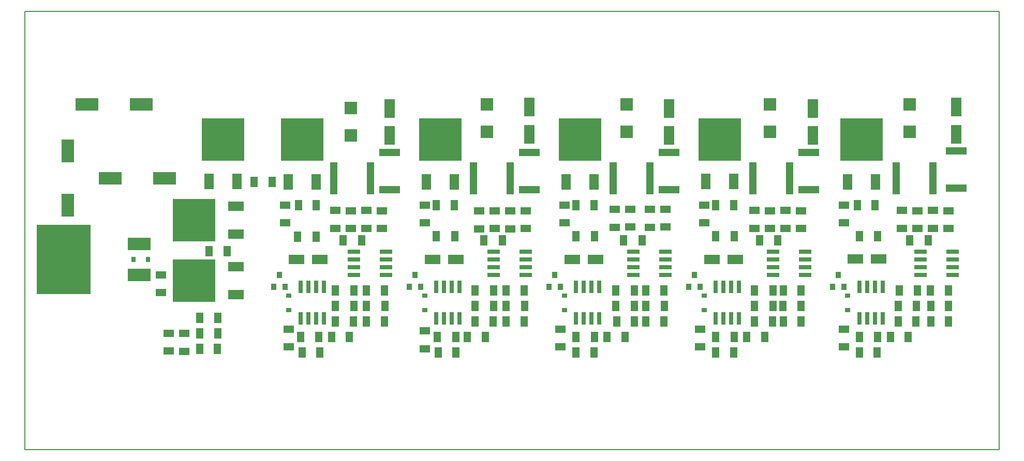
<source format=gbr>
G04 PROTEUS GERBER X2 FILE*
%TF.GenerationSoftware,Labcenter,Proteus,8.7-SP3-Build25561*%
%TF.CreationDate,2021-05-23T19:17:03+00:00*%
%TF.FileFunction,Paste,Top*%
%TF.FilePolarity,Positive*%
%TF.Part,Single*%
%TF.SameCoordinates,{23a4d374-2f20-46fa-8f71-d400e96580a3}*%
%FSLAX45Y45*%
%MOMM*%
G01*
%TA.AperFunction,Material*%
%ADD85R,1.193800X5.308600*%
%ADD86R,1.143000X1.803400*%
%ADD87R,2.108200X2.108200*%
%ADD88R,1.651000X3.048000*%
%ADD89R,3.403600X1.244600*%
%TA.AperFunction,Material*%
%ADD90R,6.985000X6.985000*%
%ADD91R,1.524000X2.540000*%
%TA.AperFunction,Material*%
%ADD92R,0.635000X2.032000*%
%TA.AperFunction,Material*%
%ADD93R,1.803400X1.143000*%
%ADD94R,2.540000X1.524000*%
%ADD95R,0.889000X0.635000*%
%TA.AperFunction,Material*%
%ADD96R,0.889000X1.016000*%
%TA.AperFunction,Material*%
%ADD97R,2.032000X0.635000*%
%TA.AperFunction,Material*%
%ADD98R,3.810000X2.032000*%
%ADD99R,2.032000X3.810000*%
%ADD100R,0.635000X0.889000*%
%TA.AperFunction,Material*%
%ADD101R,8.890000X11.430000*%
%TA.AperFunction,Profile*%
%ADD39C,0.203200*%
%TD.AperFunction*%
D85*
X-1778000Y+190500D03*
X-2378000Y+190500D03*
D86*
X-4572000Y-2095500D03*
X-4272000Y-2095500D03*
X-3383000Y+127000D03*
X-3683000Y+127000D03*
D87*
X-2095500Y+1339000D03*
X-2095500Y+889000D03*
D88*
X-1460500Y+889000D03*
X-1460500Y+1333500D03*
D89*
X-1460500Y+610000D03*
X-1460500Y+0D03*
D90*
X-2895600Y+817880D03*
D91*
X-3124200Y+127000D03*
X-2667000Y+127000D03*
D92*
X-2921000Y-2108200D03*
X-2794000Y-2108200D03*
X-2667000Y-2108200D03*
X-2540000Y-2108200D03*
X-2540000Y-1587500D03*
X-2667000Y-1587500D03*
X-2794000Y-1587500D03*
X-2921000Y-1587500D03*
D86*
X-2667000Y-254000D03*
X-2957000Y-254000D03*
D93*
X-3175000Y-254000D03*
X-3175000Y-544000D03*
D86*
X-2967000Y-768350D03*
X-2667000Y-768350D03*
D94*
X-2984500Y-1143000D03*
X-2603500Y-1143000D03*
D95*
X-3111500Y-1968500D03*
X-3111500Y-1733550D03*
D86*
X-2921000Y-2413000D03*
X-2621000Y-2413000D03*
X-2893500Y-2667000D03*
X-2603500Y-2667000D03*
D96*
X-3268980Y-1397000D03*
X-3362960Y-1587500D03*
X-3175000Y-1587500D03*
D93*
X-3111500Y-2286000D03*
X-3111500Y-2576000D03*
X-1587500Y-635000D03*
X-1587500Y-345000D03*
X-2095500Y-635000D03*
X-2095500Y-345000D03*
X-1841500Y-335000D03*
X-1841500Y-635000D03*
D97*
X-2044700Y-1016000D03*
X-2044700Y-1143000D03*
X-2044700Y-1270000D03*
X-2044700Y-1397000D03*
X-1524000Y-1397000D03*
X-1524000Y-1270000D03*
X-1524000Y-1143000D03*
X-1524000Y-1016000D03*
D86*
X-2222500Y-825500D03*
X-1922500Y-825500D03*
X-1841500Y-2159000D03*
X-1551500Y-2159000D03*
X-1841500Y-1651000D03*
X-1551500Y-1651000D03*
X-2349500Y-2159000D03*
X-2059500Y-2159000D03*
X-2349500Y-1651000D03*
X-2049500Y-1651000D03*
X-2349500Y-1905000D03*
X-2049500Y-1905000D03*
X-1841500Y-1905000D03*
X-1541500Y-1905000D03*
D93*
X-2349500Y-335000D03*
X-2349500Y-635000D03*
D90*
X-635000Y+817880D03*
D91*
X-863600Y+127000D03*
X-406400Y+127000D03*
D85*
X+508000Y+190500D03*
X-92000Y+190500D03*
D87*
X+127000Y+1397000D03*
X+127000Y+947000D03*
D88*
X+825500Y+907000D03*
X+825500Y+1351500D03*
D89*
X+825500Y+610000D03*
X+825500Y+0D03*
D97*
X+241300Y-1016000D03*
X+241300Y-1143000D03*
X+241300Y-1270000D03*
X+241300Y-1397000D03*
X+762000Y-1397000D03*
X+762000Y-1270000D03*
X+762000Y-1143000D03*
X+762000Y-1016000D03*
D93*
X-889000Y-254000D03*
X-889000Y-544000D03*
D86*
X-408500Y-254000D03*
X-698500Y-254000D03*
X-698500Y-762000D03*
X-398500Y-762000D03*
D94*
X-762000Y-1143000D03*
X-381000Y-1143000D03*
D96*
X-1046480Y-1397000D03*
X-1140460Y-1587500D03*
X-952500Y-1587500D03*
D95*
X-889000Y-1968500D03*
X-889000Y-1733550D03*
D92*
X-698500Y-2108200D03*
X-571500Y-2108200D03*
X-444500Y-2108200D03*
X-317500Y-2108200D03*
X-317500Y-1587500D03*
X-444500Y-1587500D03*
X-571500Y-1587500D03*
X-698500Y-1587500D03*
D93*
X-889000Y-2313500D03*
X-889000Y-2603500D03*
D86*
X-671000Y-2667000D03*
X-381000Y-2667000D03*
X-681000Y-2413000D03*
X-381000Y-2413000D03*
D93*
X+0Y-345000D03*
X+0Y-645000D03*
X+508000Y-345000D03*
X+508000Y-645000D03*
X+762000Y-635000D03*
X+762000Y-345000D03*
X+254000Y-635000D03*
X+254000Y-345000D03*
D86*
X+81000Y-825500D03*
X+381000Y-825500D03*
X-63500Y-1651000D03*
X+236500Y-1651000D03*
X-63500Y-1905000D03*
X+236500Y-1905000D03*
X-63500Y-2159000D03*
X+226500Y-2159000D03*
X+444500Y-1651000D03*
X+734500Y-1651000D03*
X+444500Y-2159000D03*
X+734500Y-2159000D03*
X+444500Y-1905000D03*
X+744500Y-1905000D03*
D88*
X+3111500Y+889000D03*
X+3111500Y+1333500D03*
D87*
X+2413000Y+1397000D03*
X+2413000Y+947000D03*
D95*
X+1397000Y-1968500D03*
X+1397000Y-1733550D03*
D85*
X+2794000Y+190500D03*
X+2194000Y+190500D03*
D96*
X+1239520Y-1397000D03*
X+1145540Y-1587500D03*
X+1333500Y-1587500D03*
D90*
X+1651000Y+817880D03*
D91*
X+1422400Y+127000D03*
X+1879600Y+127000D03*
D97*
X+2527300Y-1016000D03*
X+2527300Y-1143000D03*
X+2527300Y-1270000D03*
X+2527300Y-1397000D03*
X+3048000Y-1397000D03*
X+3048000Y-1270000D03*
X+3048000Y-1143000D03*
X+3048000Y-1016000D03*
D92*
X+1587500Y-2108200D03*
X+1714500Y-2108200D03*
X+1841500Y-2108200D03*
X+1968500Y-2108200D03*
X+1968500Y-1587500D03*
X+1841500Y-1587500D03*
X+1714500Y-1587500D03*
X+1587500Y-1587500D03*
D89*
X+3111500Y+610000D03*
X+3111500Y+0D03*
D86*
X+1587500Y-762000D03*
X+1887500Y-762000D03*
D94*
X+1524000Y-1143000D03*
X+1905000Y-1143000D03*
D93*
X+1397000Y-254000D03*
X+1397000Y-544000D03*
D86*
X+1877500Y-254000D03*
X+1587500Y-254000D03*
X+1587500Y-2667000D03*
X+1877500Y-2667000D03*
D93*
X+1333500Y-2286000D03*
X+1333500Y-2576000D03*
D86*
X+1587500Y-2413000D03*
X+1887500Y-2413000D03*
D93*
X+2222500Y-317500D03*
X+2222500Y-617500D03*
X+2476500Y-607500D03*
X+2476500Y-317500D03*
X+3048000Y-607500D03*
X+3048000Y-317500D03*
X+2794000Y-617500D03*
X+2794000Y-317500D03*
D86*
X+2367000Y-825500D03*
X+2667000Y-825500D03*
X+2730500Y-2159000D03*
X+3020500Y-2159000D03*
X+2730500Y-1651000D03*
X+3020500Y-1651000D03*
X+2250000Y-2159000D03*
X+2540000Y-2159000D03*
X+2240000Y-1905000D03*
X+2540000Y-1905000D03*
X+2730500Y-1905000D03*
X+3030500Y-1905000D03*
X+2240000Y-1651000D03*
X+2540000Y-1651000D03*
D88*
X+5461000Y+889000D03*
X+5461000Y+1333500D03*
D87*
X+4762500Y+1397000D03*
X+4762500Y+947000D03*
D95*
X+3683000Y-1968500D03*
X+3683000Y-1733550D03*
D85*
X+5080000Y+190500D03*
X+4480000Y+190500D03*
D96*
X+3525520Y-1397000D03*
X+3431540Y-1587500D03*
X+3619500Y-1587500D03*
D90*
X+3937000Y+825500D03*
D91*
X+3708400Y+134620D03*
X+4165600Y+134620D03*
D96*
X+5875020Y-1397000D03*
X+5781040Y-1587500D03*
X+5969000Y-1587500D03*
D90*
X+6261100Y+817880D03*
D91*
X+6032500Y+127000D03*
X+6489700Y+127000D03*
D89*
X+5397500Y+610000D03*
X+5397500Y+0D03*
X+7810500Y+635000D03*
X+7810500Y+25000D03*
D97*
X+4813300Y-1016000D03*
X+4813300Y-1143000D03*
X+4813300Y-1270000D03*
X+4813300Y-1397000D03*
X+5334000Y-1397000D03*
X+5334000Y-1270000D03*
X+5334000Y-1143000D03*
X+5334000Y-1016000D03*
D92*
X+3873500Y-2108200D03*
X+4000500Y-2108200D03*
X+4127500Y-2108200D03*
X+4254500Y-2108200D03*
X+4254500Y-1587500D03*
X+4127500Y-1587500D03*
X+4000500Y-1587500D03*
X+3873500Y-1587500D03*
D97*
X+7226300Y-1016000D03*
X+7226300Y-1143000D03*
X+7226300Y-1270000D03*
X+7226300Y-1397000D03*
X+7747000Y-1397000D03*
X+7747000Y-1270000D03*
X+7747000Y-1143000D03*
X+7747000Y-1016000D03*
D92*
X+6223000Y-2108200D03*
X+6350000Y-2108200D03*
X+6477000Y-2108200D03*
X+6604000Y-2108200D03*
X+6604000Y-1587500D03*
X+6477000Y-1587500D03*
X+6350000Y-1587500D03*
X+6223000Y-1587500D03*
D86*
X+3873500Y-2413000D03*
X+4173500Y-2413000D03*
X+3873500Y-762000D03*
X+4173500Y-762000D03*
D94*
X+3810000Y-1143000D03*
X+4191000Y-1143000D03*
D93*
X+3619500Y-2286000D03*
X+3619500Y-2576000D03*
X+3683000Y-254000D03*
X+3683000Y-544000D03*
D86*
X+4163500Y-254000D03*
X+3873500Y-254000D03*
X+3873500Y-2667000D03*
X+4163500Y-2667000D03*
D93*
X+5270500Y-635000D03*
X+5270500Y-345000D03*
X+4762500Y-635000D03*
X+4762500Y-345000D03*
D86*
X+4508500Y-2159000D03*
X+4798500Y-2159000D03*
X+4589500Y-825500D03*
X+4889500Y-825500D03*
D93*
X+5016500Y-335000D03*
X+5016500Y-635000D03*
X+4508500Y-335000D03*
X+4508500Y-635000D03*
D86*
X+4980500Y-2159000D03*
X+5270500Y-2159000D03*
X+4980500Y-1651000D03*
X+5270500Y-1651000D03*
X+7393500Y-2159000D03*
X+7683500Y-2159000D03*
X+4508500Y-1905000D03*
X+4808500Y-1905000D03*
X+4970500Y-1905000D03*
X+5270500Y-1905000D03*
X+4508500Y-1651000D03*
X+4808500Y-1651000D03*
D88*
X+7810500Y+907000D03*
X+7810500Y+1351500D03*
D87*
X+7048500Y+1397000D03*
X+7048500Y+947000D03*
D95*
X+6032500Y-1968500D03*
X+6032500Y-1733550D03*
D85*
X+7429500Y+190500D03*
X+6829500Y+190500D03*
D86*
X+6858000Y-1905000D03*
X+7158000Y-1905000D03*
X+6223000Y-762000D03*
X+6523000Y-762000D03*
D94*
X+6159500Y-1135380D03*
X+6540500Y-1135380D03*
D93*
X+5969000Y-254000D03*
X+5969000Y-544000D03*
D86*
X+6477000Y-254000D03*
X+6187000Y-254000D03*
D93*
X+5969000Y-2286000D03*
X+5969000Y-2576000D03*
D86*
X+6223000Y-2667000D03*
X+6513000Y-2667000D03*
X+6223000Y-2413000D03*
X+6523000Y-2413000D03*
X+7048500Y-825500D03*
X+7348500Y-825500D03*
X+7383500Y-1651000D03*
X+7683500Y-1651000D03*
D93*
X+7429500Y-335000D03*
X+7429500Y-635000D03*
D86*
X+6875500Y-1651000D03*
X+7175500Y-1651000D03*
D93*
X+6921500Y-335000D03*
X+6921500Y-635000D03*
D86*
X+7393500Y-1905000D03*
X+7683500Y-1905000D03*
D93*
X+7683500Y-635000D03*
X+7683500Y-345000D03*
X+7175500Y-635000D03*
X+7175500Y-345000D03*
D86*
X+6858000Y-2159000D03*
X+7148000Y-2159000D03*
X-4572000Y-2349500D03*
X-4272000Y-2349500D03*
X-4419600Y-1008380D03*
X-4119600Y-1008380D03*
D93*
X-4826000Y-2349500D03*
X-4826000Y-2649500D03*
D86*
X-4572000Y-2603500D03*
X-4282000Y-2603500D03*
D93*
X-5080000Y-2349500D03*
X-5080000Y-2639500D03*
D90*
X-4665980Y-1490980D03*
D94*
X-3975100Y-1719580D03*
X-3975100Y-1262380D03*
D90*
X-4665980Y-500380D03*
D94*
X-3975100Y-728980D03*
X-3975100Y-271780D03*
D90*
X-4191000Y+825500D03*
D91*
X-4419600Y+134620D03*
X-3962400Y+134620D03*
D86*
X-2413000Y-2413000D03*
X-2123000Y-2413000D03*
X-190500Y-2413000D03*
X+99500Y-2413000D03*
X+2095500Y-2413000D03*
X+2385500Y-2413000D03*
X+4381500Y-2413000D03*
X+4671500Y-2413000D03*
X+6731000Y-2413000D03*
X+7021000Y-2413000D03*
D98*
X-6413500Y+1397000D03*
X-5524500Y+1397000D03*
D99*
X-6731000Y-254000D03*
X-6731000Y+635000D03*
D98*
X-6032500Y+190500D03*
X-5143500Y+190500D03*
D100*
X-5651500Y-1143000D03*
X-5416550Y-1143000D03*
D101*
X-6794500Y-1143000D03*
D98*
X-5562600Y-1397000D03*
X-5562600Y-889000D03*
D93*
X-5207000Y-1687000D03*
X-5207000Y-1397000D03*
D39*
X-7429500Y-4254500D02*
X+8509000Y-4254500D01*
X+8509000Y+2921000D01*
X-7429500Y+2921000D01*
X-7429500Y-4254500D01*
M02*

</source>
